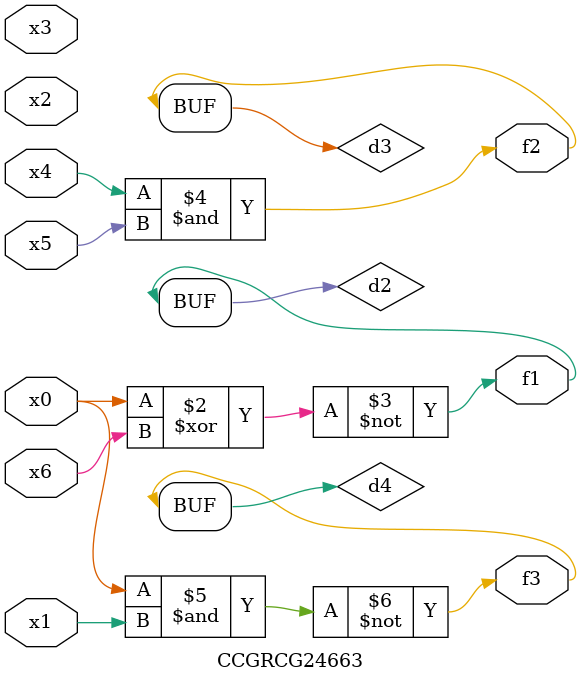
<source format=v>
module CCGRCG24663(
	input x0, x1, x2, x3, x4, x5, x6,
	output f1, f2, f3
);

	wire d1, d2, d3, d4;

	nor (d1, x0);
	xnor (d2, x0, x6);
	and (d3, x4, x5);
	nand (d4, x0, x1);
	assign f1 = d2;
	assign f2 = d3;
	assign f3 = d4;
endmodule

</source>
